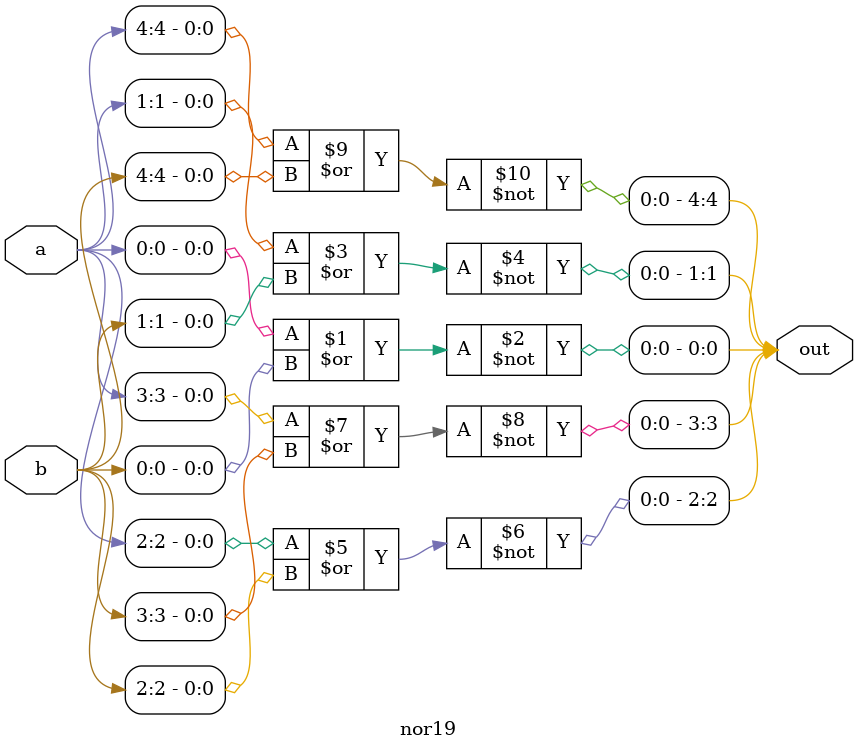
<source format=v>
module nor19 (
    input wire [4:0] a,
    input wire [4:0] b,
    output wire [4:0] out
);

assign out = ( { ~(a[4] | b[4]),~(a[3] | b[3]), ~(a[2] | b[2]), ~(a[1] | b[1]), ~(a[0] | b[0])} );

endmodule

</source>
